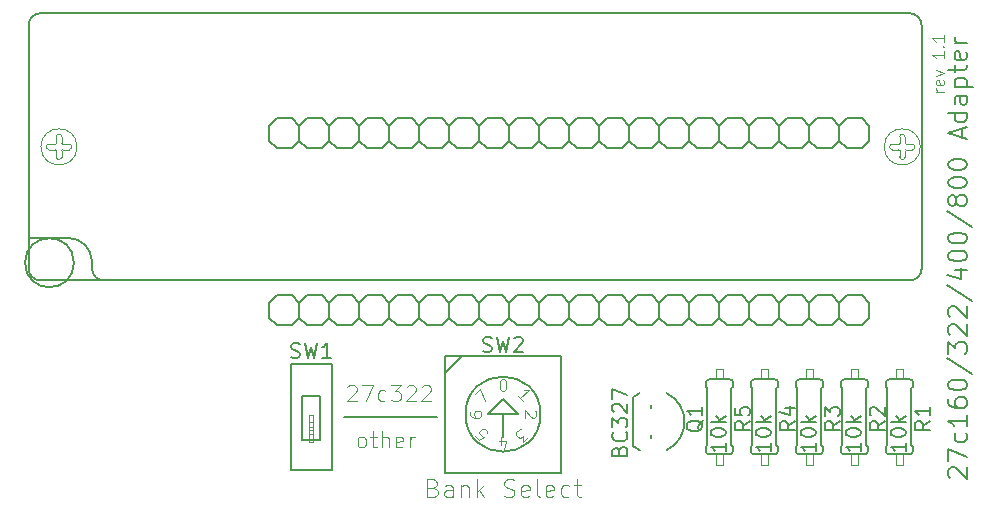
<source format=gbr>
G04 #@! TF.FileFunction,Legend,Top*
%FSLAX46Y46*%
G04 Gerber Fmt 4.6, Leading zero omitted, Abs format (unit mm)*
G04 Created by KiCad (PCBNEW 4.0.6) date 06/09/18 23:54:49*
%MOMM*%
%LPD*%
G01*
G04 APERTURE LIST*
%ADD10C,0.100000*%
%ADD11C,0.113792*%
%ADD12C,0.134112*%
%ADD13C,0.150000*%
%ADD14C,0.081280*%
%ADD15C,0.127000*%
%ADD16C,0.066040*%
%ADD17C,0.152400*%
%ADD18C,0.203200*%
%ADD19C,0.101600*%
G04 APERTURE END LIST*
D10*
D11*
X146189073Y-117069477D02*
X146660478Y-116598072D01*
X147064538Y-117608225D01*
X145756381Y-118554523D02*
X145756381Y-118745000D01*
X145804000Y-118840238D01*
X145851619Y-118887857D01*
X145994476Y-118983095D01*
X146184952Y-119030714D01*
X146565905Y-119030714D01*
X146661143Y-118983095D01*
X146708762Y-118935476D01*
X146756381Y-118840238D01*
X146756381Y-118649761D01*
X146708762Y-118554523D01*
X146661143Y-118506904D01*
X146565905Y-118459285D01*
X146327810Y-118459285D01*
X146232571Y-118506904D01*
X146184952Y-118554523D01*
X146137333Y-118649761D01*
X146137333Y-118840238D01*
X146184952Y-118935476D01*
X146232571Y-118983095D01*
X146327810Y-119030714D01*
X146256416Y-120614866D02*
X146593133Y-120951584D01*
X146963522Y-120648538D01*
X146896179Y-120648538D01*
X146795164Y-120614867D01*
X146626804Y-120446507D01*
X146593133Y-120345492D01*
X146593133Y-120278149D01*
X146626805Y-120177133D01*
X146795164Y-120008774D01*
X146896179Y-119975102D01*
X146963522Y-119975102D01*
X147064538Y-120008774D01*
X147232897Y-120177133D01*
X147266569Y-120278149D01*
X147266569Y-120345492D01*
X148399523Y-121372286D02*
X148399523Y-120705619D01*
X148637619Y-121753238D02*
X148875714Y-121038952D01*
X148256666Y-121038952D01*
X150736927Y-120674523D02*
X150299194Y-121112256D01*
X150265523Y-120607180D01*
X150164507Y-120708196D01*
X150063492Y-120741867D01*
X149996149Y-120741867D01*
X149895133Y-120708195D01*
X149726774Y-120539836D01*
X149693102Y-120438821D01*
X149693102Y-120371478D01*
X149726774Y-120270462D01*
X149928805Y-120068431D01*
X150029820Y-120034760D01*
X150097164Y-120034760D01*
X151328381Y-118459286D02*
X151376000Y-118506905D01*
X151423619Y-118602143D01*
X151423619Y-118840239D01*
X151376000Y-118935477D01*
X151328381Y-118983096D01*
X151233143Y-119030715D01*
X151137905Y-119030715D01*
X150995048Y-118983096D01*
X150423619Y-118411667D01*
X150423619Y-119030715D01*
X150250149Y-117615913D02*
X149846088Y-117211851D01*
X150048118Y-117413882D02*
X150755225Y-116706775D01*
X150586867Y-116740447D01*
X150452180Y-116740447D01*
X150351164Y-116706775D01*
X148542381Y-115784381D02*
X148637620Y-115784381D01*
X148732858Y-115832000D01*
X148780477Y-115879619D01*
X148828096Y-115974857D01*
X148875715Y-116165333D01*
X148875715Y-116403429D01*
X148828096Y-116593905D01*
X148780477Y-116689143D01*
X148732858Y-116736762D01*
X148637620Y-116784381D01*
X148542381Y-116784381D01*
X148447143Y-116736762D01*
X148399524Y-116689143D01*
X148351905Y-116593905D01*
X148304286Y-116403429D01*
X148304286Y-116165333D01*
X148351905Y-115974857D01*
X148399524Y-115879619D01*
X148447143Y-115832000D01*
X148542381Y-115784381D01*
X142697144Y-124987857D02*
X142911430Y-125059286D01*
X142982858Y-125130714D01*
X143054287Y-125273571D01*
X143054287Y-125487857D01*
X142982858Y-125630714D01*
X142911430Y-125702143D01*
X142768572Y-125773571D01*
X142197144Y-125773571D01*
X142197144Y-124273571D01*
X142697144Y-124273571D01*
X142840001Y-124345000D01*
X142911430Y-124416429D01*
X142982858Y-124559286D01*
X142982858Y-124702143D01*
X142911430Y-124845000D01*
X142840001Y-124916429D01*
X142697144Y-124987857D01*
X142197144Y-124987857D01*
X144340001Y-125773571D02*
X144340001Y-124987857D01*
X144268572Y-124845000D01*
X144125715Y-124773571D01*
X143840001Y-124773571D01*
X143697144Y-124845000D01*
X144340001Y-125702143D02*
X144197144Y-125773571D01*
X143840001Y-125773571D01*
X143697144Y-125702143D01*
X143625715Y-125559286D01*
X143625715Y-125416429D01*
X143697144Y-125273571D01*
X143840001Y-125202143D01*
X144197144Y-125202143D01*
X144340001Y-125130714D01*
X145054287Y-124773571D02*
X145054287Y-125773571D01*
X145054287Y-124916429D02*
X145125715Y-124845000D01*
X145268573Y-124773571D01*
X145482858Y-124773571D01*
X145625715Y-124845000D01*
X145697144Y-124987857D01*
X145697144Y-125773571D01*
X146411430Y-125773571D02*
X146411430Y-124273571D01*
X146554287Y-125202143D02*
X146982858Y-125773571D01*
X146982858Y-124773571D02*
X146411430Y-125345000D01*
X148697144Y-125702143D02*
X148911430Y-125773571D01*
X149268573Y-125773571D01*
X149411430Y-125702143D01*
X149482859Y-125630714D01*
X149554287Y-125487857D01*
X149554287Y-125345000D01*
X149482859Y-125202143D01*
X149411430Y-125130714D01*
X149268573Y-125059286D01*
X148982859Y-124987857D01*
X148840001Y-124916429D01*
X148768573Y-124845000D01*
X148697144Y-124702143D01*
X148697144Y-124559286D01*
X148768573Y-124416429D01*
X148840001Y-124345000D01*
X148982859Y-124273571D01*
X149340001Y-124273571D01*
X149554287Y-124345000D01*
X150768572Y-125702143D02*
X150625715Y-125773571D01*
X150340001Y-125773571D01*
X150197144Y-125702143D01*
X150125715Y-125559286D01*
X150125715Y-124987857D01*
X150197144Y-124845000D01*
X150340001Y-124773571D01*
X150625715Y-124773571D01*
X150768572Y-124845000D01*
X150840001Y-124987857D01*
X150840001Y-125130714D01*
X150125715Y-125273571D01*
X151697144Y-125773571D02*
X151554286Y-125702143D01*
X151482858Y-125559286D01*
X151482858Y-124273571D01*
X152840000Y-125702143D02*
X152697143Y-125773571D01*
X152411429Y-125773571D01*
X152268572Y-125702143D01*
X152197143Y-125559286D01*
X152197143Y-124987857D01*
X152268572Y-124845000D01*
X152411429Y-124773571D01*
X152697143Y-124773571D01*
X152840000Y-124845000D01*
X152911429Y-124987857D01*
X152911429Y-125130714D01*
X152197143Y-125273571D01*
X154197143Y-125702143D02*
X154054286Y-125773571D01*
X153768572Y-125773571D01*
X153625714Y-125702143D01*
X153554286Y-125630714D01*
X153482857Y-125487857D01*
X153482857Y-125059286D01*
X153554286Y-124916429D01*
X153625714Y-124845000D01*
X153768572Y-124773571D01*
X154054286Y-124773571D01*
X154197143Y-124845000D01*
X154625714Y-124773571D02*
X155197143Y-124773571D01*
X154840000Y-124273571D02*
X154840000Y-125559286D01*
X154911428Y-125702143D01*
X155054286Y-125773571D01*
X155197143Y-125773571D01*
D12*
X186443257Y-124156651D02*
X186367420Y-124080814D01*
X186291583Y-123929140D01*
X186291583Y-123549954D01*
X186367420Y-123398280D01*
X186443257Y-123322443D01*
X186594931Y-123246606D01*
X186746606Y-123246606D01*
X186974117Y-123322443D01*
X187884163Y-124232489D01*
X187884163Y-123246606D01*
X186291583Y-122715746D02*
X186291583Y-121654026D01*
X187884163Y-122336560D01*
X187808326Y-120364794D02*
X187884163Y-120516468D01*
X187884163Y-120819817D01*
X187808326Y-120971491D01*
X187732489Y-121047328D01*
X187580814Y-121123165D01*
X187125791Y-121123165D01*
X186974117Y-121047328D01*
X186898280Y-120971491D01*
X186822443Y-120819817D01*
X186822443Y-120516468D01*
X186898280Y-120364794D01*
X187884163Y-118848051D02*
X187884163Y-119758096D01*
X187884163Y-119303074D02*
X186291583Y-119303074D01*
X186519094Y-119454748D01*
X186670769Y-119606422D01*
X186746606Y-119758096D01*
X186291583Y-117482982D02*
X186291583Y-117786331D01*
X186367420Y-117938005D01*
X186443257Y-118013842D01*
X186670769Y-118165516D01*
X186974117Y-118241353D01*
X187580814Y-118241353D01*
X187732489Y-118165516D01*
X187808326Y-118089679D01*
X187884163Y-117938005D01*
X187884163Y-117634656D01*
X187808326Y-117482982D01*
X187732489Y-117407145D01*
X187580814Y-117331308D01*
X187201629Y-117331308D01*
X187049954Y-117407145D01*
X186974117Y-117482982D01*
X186898280Y-117634656D01*
X186898280Y-117938005D01*
X186974117Y-118089679D01*
X187049954Y-118165516D01*
X187201629Y-118241353D01*
X186291583Y-116345425D02*
X186291583Y-116193750D01*
X186367420Y-116042076D01*
X186443257Y-115966239D01*
X186594931Y-115890402D01*
X186898280Y-115814565D01*
X187277466Y-115814565D01*
X187580814Y-115890402D01*
X187732489Y-115966239D01*
X187808326Y-116042076D01*
X187884163Y-116193750D01*
X187884163Y-116345425D01*
X187808326Y-116497099D01*
X187732489Y-116572936D01*
X187580814Y-116648773D01*
X187277466Y-116724610D01*
X186898280Y-116724610D01*
X186594931Y-116648773D01*
X186443257Y-116572936D01*
X186367420Y-116497099D01*
X186291583Y-116345425D01*
X186215746Y-113994473D02*
X188263349Y-115359542D01*
X186291583Y-113615288D02*
X186291583Y-112629405D01*
X186898280Y-113160265D01*
X186898280Y-112932753D01*
X186974117Y-112781079D01*
X187049954Y-112705242D01*
X187201629Y-112629405D01*
X187580814Y-112629405D01*
X187732489Y-112705242D01*
X187808326Y-112781079D01*
X187884163Y-112932753D01*
X187884163Y-113387776D01*
X187808326Y-113539450D01*
X187732489Y-113615288D01*
X186443257Y-112022707D02*
X186367420Y-111946870D01*
X186291583Y-111795196D01*
X186291583Y-111416010D01*
X186367420Y-111264336D01*
X186443257Y-111188499D01*
X186594931Y-111112662D01*
X186746606Y-111112662D01*
X186974117Y-111188499D01*
X187884163Y-112098545D01*
X187884163Y-111112662D01*
X186443257Y-110505964D02*
X186367420Y-110430127D01*
X186291583Y-110278453D01*
X186291583Y-109899267D01*
X186367420Y-109747593D01*
X186443257Y-109671756D01*
X186594931Y-109595919D01*
X186746606Y-109595919D01*
X186974117Y-109671756D01*
X187884163Y-110581802D01*
X187884163Y-109595919D01*
X186215746Y-107775827D02*
X188263349Y-109140896D01*
X186822443Y-106562433D02*
X187884163Y-106562433D01*
X186215746Y-106941619D02*
X187353303Y-107320804D01*
X187353303Y-106334922D01*
X186291583Y-105424876D02*
X186291583Y-105273201D01*
X186367420Y-105121527D01*
X186443257Y-105045690D01*
X186594931Y-104969853D01*
X186898280Y-104894016D01*
X187277466Y-104894016D01*
X187580814Y-104969853D01*
X187732489Y-105045690D01*
X187808326Y-105121527D01*
X187884163Y-105273201D01*
X187884163Y-105424876D01*
X187808326Y-105576550D01*
X187732489Y-105652387D01*
X187580814Y-105728224D01*
X187277466Y-105804061D01*
X186898280Y-105804061D01*
X186594931Y-105728224D01*
X186443257Y-105652387D01*
X186367420Y-105576550D01*
X186291583Y-105424876D01*
X186291583Y-103908133D02*
X186291583Y-103756458D01*
X186367420Y-103604784D01*
X186443257Y-103528947D01*
X186594931Y-103453110D01*
X186898280Y-103377273D01*
X187277466Y-103377273D01*
X187580814Y-103453110D01*
X187732489Y-103528947D01*
X187808326Y-103604784D01*
X187884163Y-103756458D01*
X187884163Y-103908133D01*
X187808326Y-104059807D01*
X187732489Y-104135644D01*
X187580814Y-104211481D01*
X187277466Y-104287318D01*
X186898280Y-104287318D01*
X186594931Y-104211481D01*
X186443257Y-104135644D01*
X186367420Y-104059807D01*
X186291583Y-103908133D01*
X186215746Y-101557181D02*
X188263349Y-102922250D01*
X186974117Y-100798810D02*
X186898280Y-100950484D01*
X186822443Y-101026321D01*
X186670769Y-101102158D01*
X186594931Y-101102158D01*
X186443257Y-101026321D01*
X186367420Y-100950484D01*
X186291583Y-100798810D01*
X186291583Y-100495461D01*
X186367420Y-100343787D01*
X186443257Y-100267950D01*
X186594931Y-100192113D01*
X186670769Y-100192113D01*
X186822443Y-100267950D01*
X186898280Y-100343787D01*
X186974117Y-100495461D01*
X186974117Y-100798810D01*
X187049954Y-100950484D01*
X187125791Y-101026321D01*
X187277466Y-101102158D01*
X187580814Y-101102158D01*
X187732489Y-101026321D01*
X187808326Y-100950484D01*
X187884163Y-100798810D01*
X187884163Y-100495461D01*
X187808326Y-100343787D01*
X187732489Y-100267950D01*
X187580814Y-100192113D01*
X187277466Y-100192113D01*
X187125791Y-100267950D01*
X187049954Y-100343787D01*
X186974117Y-100495461D01*
X186291583Y-99206230D02*
X186291583Y-99054555D01*
X186367420Y-98902881D01*
X186443257Y-98827044D01*
X186594931Y-98751207D01*
X186898280Y-98675370D01*
X187277466Y-98675370D01*
X187580814Y-98751207D01*
X187732489Y-98827044D01*
X187808326Y-98902881D01*
X187884163Y-99054555D01*
X187884163Y-99206230D01*
X187808326Y-99357904D01*
X187732489Y-99433741D01*
X187580814Y-99509578D01*
X187277466Y-99585415D01*
X186898280Y-99585415D01*
X186594931Y-99509578D01*
X186443257Y-99433741D01*
X186367420Y-99357904D01*
X186291583Y-99206230D01*
X186291583Y-97689487D02*
X186291583Y-97537812D01*
X186367420Y-97386138D01*
X186443257Y-97310301D01*
X186594931Y-97234464D01*
X186898280Y-97158627D01*
X187277466Y-97158627D01*
X187580814Y-97234464D01*
X187732489Y-97310301D01*
X187808326Y-97386138D01*
X187884163Y-97537812D01*
X187884163Y-97689487D01*
X187808326Y-97841161D01*
X187732489Y-97916998D01*
X187580814Y-97992835D01*
X187277466Y-98068672D01*
X186898280Y-98068672D01*
X186594931Y-97992835D01*
X186443257Y-97916998D01*
X186367420Y-97841161D01*
X186291583Y-97689487D01*
X187429140Y-95338535D02*
X187429140Y-94580164D01*
X187884163Y-95490210D02*
X186291583Y-94959350D01*
X187884163Y-94428490D01*
X187884163Y-93215095D02*
X186291583Y-93215095D01*
X187808326Y-93215095D02*
X187884163Y-93366769D01*
X187884163Y-93670118D01*
X187808326Y-93821792D01*
X187732489Y-93897629D01*
X187580814Y-93973466D01*
X187125791Y-93973466D01*
X186974117Y-93897629D01*
X186898280Y-93821792D01*
X186822443Y-93670118D01*
X186822443Y-93366769D01*
X186898280Y-93215095D01*
X187884163Y-91774189D02*
X187049954Y-91774189D01*
X186898280Y-91850026D01*
X186822443Y-92001700D01*
X186822443Y-92305049D01*
X186898280Y-92456723D01*
X187808326Y-91774189D02*
X187884163Y-91925863D01*
X187884163Y-92305049D01*
X187808326Y-92456723D01*
X187656651Y-92532560D01*
X187504977Y-92532560D01*
X187353303Y-92456723D01*
X187277466Y-92305049D01*
X187277466Y-91925863D01*
X187201629Y-91774189D01*
X186822443Y-91015817D02*
X188415023Y-91015817D01*
X186898280Y-91015817D02*
X186822443Y-90864143D01*
X186822443Y-90560794D01*
X186898280Y-90409120D01*
X186974117Y-90333283D01*
X187125791Y-90257446D01*
X187580814Y-90257446D01*
X187732489Y-90333283D01*
X187808326Y-90409120D01*
X187884163Y-90560794D01*
X187884163Y-90864143D01*
X187808326Y-91015817D01*
X186822443Y-89802423D02*
X186822443Y-89195726D01*
X186291583Y-89574911D02*
X187656651Y-89574911D01*
X187808326Y-89499074D01*
X187884163Y-89347400D01*
X187884163Y-89195726D01*
X187808326Y-88058168D02*
X187884163Y-88209842D01*
X187884163Y-88513191D01*
X187808326Y-88664865D01*
X187656651Y-88740702D01*
X187049954Y-88740702D01*
X186898280Y-88664865D01*
X186822443Y-88513191D01*
X186822443Y-88209842D01*
X186898280Y-88058168D01*
X187049954Y-87982331D01*
X187201629Y-87982331D01*
X187353303Y-88740702D01*
X187884163Y-87299796D02*
X186822443Y-87299796D01*
X187125791Y-87299796D02*
X186974117Y-87223959D01*
X186898280Y-87148122D01*
X186822443Y-86996448D01*
X186822443Y-86844773D01*
D13*
X135166100Y-118973600D02*
X143000000Y-118973600D01*
D11*
X135423487Y-116416667D02*
X135487833Y-116352320D01*
X135616527Y-116287973D01*
X135938260Y-116287973D01*
X136066953Y-116352320D01*
X136131300Y-116416667D01*
X136195647Y-116545360D01*
X136195647Y-116674053D01*
X136131300Y-116867093D01*
X135359140Y-117639253D01*
X136195647Y-117639253D01*
X136646073Y-116287973D02*
X137546926Y-116287973D01*
X136967806Y-117639253D01*
X138640819Y-117574907D02*
X138512126Y-117639253D01*
X138254739Y-117639253D01*
X138126046Y-117574907D01*
X138061699Y-117510560D01*
X137997353Y-117381867D01*
X137997353Y-116995787D01*
X138061699Y-116867093D01*
X138126046Y-116802747D01*
X138254739Y-116738400D01*
X138512126Y-116738400D01*
X138640819Y-116802747D01*
X139091246Y-116287973D02*
X139927753Y-116287973D01*
X139477326Y-116802747D01*
X139670366Y-116802747D01*
X139799059Y-116867093D01*
X139863406Y-116931440D01*
X139927753Y-117060133D01*
X139927753Y-117381867D01*
X139863406Y-117510560D01*
X139799059Y-117574907D01*
X139670366Y-117639253D01*
X139284286Y-117639253D01*
X139155593Y-117574907D01*
X139091246Y-117510560D01*
X140442526Y-116416667D02*
X140506872Y-116352320D01*
X140635566Y-116287973D01*
X140957299Y-116287973D01*
X141085992Y-116352320D01*
X141150339Y-116416667D01*
X141214686Y-116545360D01*
X141214686Y-116674053D01*
X141150339Y-116867093D01*
X140378179Y-117639253D01*
X141214686Y-117639253D01*
X141729459Y-116416667D02*
X141793805Y-116352320D01*
X141922499Y-116287973D01*
X142244232Y-116287973D01*
X142372925Y-116352320D01*
X142437272Y-116416667D01*
X142501619Y-116545360D01*
X142501619Y-116674053D01*
X142437272Y-116867093D01*
X141665112Y-117639253D01*
X142501619Y-117639253D01*
X136531773Y-121555933D02*
X136403080Y-121491587D01*
X136338733Y-121427240D01*
X136274387Y-121298547D01*
X136274387Y-120912467D01*
X136338733Y-120783773D01*
X136403080Y-120719427D01*
X136531773Y-120655080D01*
X136724813Y-120655080D01*
X136853507Y-120719427D01*
X136917853Y-120783773D01*
X136982200Y-120912467D01*
X136982200Y-121298547D01*
X136917853Y-121427240D01*
X136853507Y-121491587D01*
X136724813Y-121555933D01*
X136531773Y-121555933D01*
X137368280Y-120655080D02*
X137883054Y-120655080D01*
X137561320Y-120204653D02*
X137561320Y-121362893D01*
X137625667Y-121491587D01*
X137754360Y-121555933D01*
X137883054Y-121555933D01*
X138333480Y-121555933D02*
X138333480Y-120204653D01*
X138912600Y-121555933D02*
X138912600Y-120848120D01*
X138848254Y-120719427D01*
X138719560Y-120655080D01*
X138526520Y-120655080D01*
X138397827Y-120719427D01*
X138333480Y-120783773D01*
X140070841Y-121491587D02*
X139942147Y-121555933D01*
X139684761Y-121555933D01*
X139556067Y-121491587D01*
X139491721Y-121362893D01*
X139491721Y-120848120D01*
X139556067Y-120719427D01*
X139684761Y-120655080D01*
X139942147Y-120655080D01*
X140070841Y-120719427D01*
X140135187Y-120848120D01*
X140135187Y-120976813D01*
X139491721Y-121105507D01*
X140714307Y-121555933D02*
X140714307Y-120655080D01*
X140714307Y-120912467D02*
X140778654Y-120783773D01*
X140843001Y-120719427D01*
X140971694Y-120655080D01*
X141100387Y-120655080D01*
D14*
X185920138Y-91438790D02*
X185276671Y-91438790D01*
X185460519Y-91438790D02*
X185368595Y-91392829D01*
X185322633Y-91346867D01*
X185276671Y-91254943D01*
X185276671Y-91163019D01*
X185874176Y-90473590D02*
X185920138Y-90565514D01*
X185920138Y-90749362D01*
X185874176Y-90841285D01*
X185782252Y-90887247D01*
X185414557Y-90887247D01*
X185322633Y-90841285D01*
X185276671Y-90749362D01*
X185276671Y-90565514D01*
X185322633Y-90473590D01*
X185414557Y-90427628D01*
X185506481Y-90427628D01*
X185598405Y-90887247D01*
X185276671Y-90105895D02*
X185920138Y-89876086D01*
X185276671Y-89646276D01*
X185920138Y-88037611D02*
X185920138Y-88589153D01*
X185920138Y-88313382D02*
X184954938Y-88313382D01*
X185092824Y-88405306D01*
X185184748Y-88497230D01*
X185230710Y-88589153D01*
X185828214Y-87623953D02*
X185874176Y-87577992D01*
X185920138Y-87623953D01*
X185874176Y-87669915D01*
X185828214Y-87623953D01*
X185920138Y-87623953D01*
X185920138Y-86658754D02*
X185920138Y-87210296D01*
X185920138Y-86934525D02*
X184954938Y-86934525D01*
X185092824Y-87026449D01*
X185184748Y-87118373D01*
X185230710Y-87210296D01*
D13*
X149860000Y-118745000D02*
X147320000Y-118745000D01*
X148590000Y-117475000D02*
X147320000Y-118745000D01*
X148590000Y-117475000D02*
X149860000Y-118745000D01*
X148590000Y-118745000D02*
X148590000Y-120650000D01*
X151765000Y-118745000D02*
G75*
G03X151765000Y-118745000I-3175000J0D01*
G01*
X143640000Y-115295000D02*
X145140000Y-113795000D01*
X153540000Y-113795000D02*
X153540000Y-123695000D01*
X143640000Y-113795000D02*
X153540000Y-113795000D01*
X143640000Y-123695000D02*
X143640000Y-113795000D01*
X153540000Y-123695000D02*
X143640000Y-123695000D01*
D15*
X159639000Y-117287040D02*
X159639000Y-121472960D01*
X161163000Y-118244620D02*
X161163000Y-117977920D01*
X161163000Y-120782080D02*
X161163000Y-120515380D01*
X162428124Y-121792903D02*
G75*
G03X162427920Y-116967000I-1138124J2412903D01*
G01*
X160152194Y-116968717D02*
G75*
G03X159639000Y-117287040I1140346J-2411283D01*
G01*
X159641427Y-121473617D02*
G75*
G03X160180020Y-121803160I1651113J2093617D01*
G01*
D16*
X181851200Y-122149000D02*
X181851200Y-123012600D01*
X181851200Y-123012600D02*
X182460800Y-123012600D01*
X182460800Y-122149000D02*
X182460800Y-123012600D01*
X181851200Y-122149000D02*
X182460800Y-122149000D01*
X181851200Y-114935400D02*
X181851200Y-115799000D01*
X181851200Y-115799000D02*
X182460800Y-115799000D01*
X182460800Y-114935400D02*
X182460800Y-115799000D01*
X181851200Y-114935400D02*
X182460800Y-114935400D01*
D17*
X181267000Y-115799000D02*
X183045000Y-115799000D01*
X183299000Y-116053000D02*
X183299000Y-116434000D01*
X183172000Y-116561000D02*
X183299000Y-116434000D01*
X181013000Y-116053000D02*
X181013000Y-116434000D01*
X181140000Y-116561000D02*
X181013000Y-116434000D01*
X183172000Y-121387000D02*
X183299000Y-121514000D01*
X183172000Y-121387000D02*
X183172000Y-116561000D01*
X181140000Y-121387000D02*
X181013000Y-121514000D01*
X181140000Y-121387000D02*
X181140000Y-116561000D01*
X183299000Y-121895000D02*
X183299000Y-121514000D01*
X181013000Y-121895000D02*
X181013000Y-121514000D01*
X181267000Y-122149000D02*
X183045000Y-122149000D01*
X183299000Y-116053000D02*
G75*
G03X183045000Y-115799000I-254000J0D01*
G01*
X181267000Y-115799000D02*
G75*
G03X181013000Y-116053000I0J-254000D01*
G01*
X181013000Y-121895000D02*
G75*
G03X181267000Y-122149000I254000J0D01*
G01*
X183045000Y-122149000D02*
G75*
G03X183299000Y-121895000I0J254000D01*
G01*
D16*
X178041200Y-122149000D02*
X178041200Y-123012600D01*
X178041200Y-123012600D02*
X178650800Y-123012600D01*
X178650800Y-122149000D02*
X178650800Y-123012600D01*
X178041200Y-122149000D02*
X178650800Y-122149000D01*
X178041200Y-114935400D02*
X178041200Y-115799000D01*
X178041200Y-115799000D02*
X178650800Y-115799000D01*
X178650800Y-114935400D02*
X178650800Y-115799000D01*
X178041200Y-114935400D02*
X178650800Y-114935400D01*
D17*
X177457000Y-115799000D02*
X179235000Y-115799000D01*
X179489000Y-116053000D02*
X179489000Y-116434000D01*
X179362000Y-116561000D02*
X179489000Y-116434000D01*
X177203000Y-116053000D02*
X177203000Y-116434000D01*
X177330000Y-116561000D02*
X177203000Y-116434000D01*
X179362000Y-121387000D02*
X179489000Y-121514000D01*
X179362000Y-121387000D02*
X179362000Y-116561000D01*
X177330000Y-121387000D02*
X177203000Y-121514000D01*
X177330000Y-121387000D02*
X177330000Y-116561000D01*
X179489000Y-121895000D02*
X179489000Y-121514000D01*
X177203000Y-121895000D02*
X177203000Y-121514000D01*
X177457000Y-122149000D02*
X179235000Y-122149000D01*
X179489000Y-116053000D02*
G75*
G03X179235000Y-115799000I-254000J0D01*
G01*
X177457000Y-115799000D02*
G75*
G03X177203000Y-116053000I0J-254000D01*
G01*
X177203000Y-121895000D02*
G75*
G03X177457000Y-122149000I254000J0D01*
G01*
X179235000Y-122149000D02*
G75*
G03X179489000Y-121895000I0J254000D01*
G01*
D16*
X174231200Y-122149000D02*
X174231200Y-123012600D01*
X174231200Y-123012600D02*
X174840800Y-123012600D01*
X174840800Y-122149000D02*
X174840800Y-123012600D01*
X174231200Y-122149000D02*
X174840800Y-122149000D01*
X174231200Y-114935400D02*
X174231200Y-115799000D01*
X174231200Y-115799000D02*
X174840800Y-115799000D01*
X174840800Y-114935400D02*
X174840800Y-115799000D01*
X174231200Y-114935400D02*
X174840800Y-114935400D01*
D17*
X173647000Y-115799000D02*
X175425000Y-115799000D01*
X175679000Y-116053000D02*
X175679000Y-116434000D01*
X175552000Y-116561000D02*
X175679000Y-116434000D01*
X173393000Y-116053000D02*
X173393000Y-116434000D01*
X173520000Y-116561000D02*
X173393000Y-116434000D01*
X175552000Y-121387000D02*
X175679000Y-121514000D01*
X175552000Y-121387000D02*
X175552000Y-116561000D01*
X173520000Y-121387000D02*
X173393000Y-121514000D01*
X173520000Y-121387000D02*
X173520000Y-116561000D01*
X175679000Y-121895000D02*
X175679000Y-121514000D01*
X173393000Y-121895000D02*
X173393000Y-121514000D01*
X173647000Y-122149000D02*
X175425000Y-122149000D01*
X175679000Y-116053000D02*
G75*
G03X175425000Y-115799000I-254000J0D01*
G01*
X173647000Y-115799000D02*
G75*
G03X173393000Y-116053000I0J-254000D01*
G01*
X173393000Y-121895000D02*
G75*
G03X173647000Y-122149000I254000J0D01*
G01*
X175425000Y-122149000D02*
G75*
G03X175679000Y-121895000I0J254000D01*
G01*
D16*
X171030800Y-115799000D02*
X171030800Y-114935400D01*
X171030800Y-114935400D02*
X170421200Y-114935400D01*
X170421200Y-115799000D02*
X170421200Y-114935400D01*
X171030800Y-115799000D02*
X170421200Y-115799000D01*
X171030800Y-123012600D02*
X171030800Y-122149000D01*
X171030800Y-122149000D02*
X170421200Y-122149000D01*
X170421200Y-123012600D02*
X170421200Y-122149000D01*
X171030800Y-123012600D02*
X170421200Y-123012600D01*
D17*
X171615000Y-122149000D02*
X169837000Y-122149000D01*
X169583000Y-121895000D02*
X169583000Y-121514000D01*
X169710000Y-121387000D02*
X169583000Y-121514000D01*
X171869000Y-121895000D02*
X171869000Y-121514000D01*
X171742000Y-121387000D02*
X171869000Y-121514000D01*
X169710000Y-116561000D02*
X169583000Y-116434000D01*
X169710000Y-116561000D02*
X169710000Y-121387000D01*
X171742000Y-116561000D02*
X171869000Y-116434000D01*
X171742000Y-116561000D02*
X171742000Y-121387000D01*
X169583000Y-116053000D02*
X169583000Y-116434000D01*
X171869000Y-116053000D02*
X171869000Y-116434000D01*
X171615000Y-115799000D02*
X169837000Y-115799000D01*
X169583000Y-121895000D02*
G75*
G03X169837000Y-122149000I254000J0D01*
G01*
X171615000Y-122149000D02*
G75*
G03X171869000Y-121895000I0J254000D01*
G01*
X171869000Y-116053000D02*
G75*
G03X171615000Y-115799000I-254000J0D01*
G01*
X169837000Y-115799000D02*
G75*
G03X169583000Y-116053000I0J-254000D01*
G01*
D16*
X166611200Y-122149000D02*
X166611200Y-123012600D01*
X166611200Y-123012600D02*
X167220800Y-123012600D01*
X167220800Y-122149000D02*
X167220800Y-123012600D01*
X166611200Y-122149000D02*
X167220800Y-122149000D01*
X166611200Y-114935400D02*
X166611200Y-115799000D01*
X166611200Y-115799000D02*
X167220800Y-115799000D01*
X167220800Y-114935400D02*
X167220800Y-115799000D01*
X166611200Y-114935400D02*
X167220800Y-114935400D01*
D17*
X166027000Y-115799000D02*
X167805000Y-115799000D01*
X168059000Y-116053000D02*
X168059000Y-116434000D01*
X167932000Y-116561000D02*
X168059000Y-116434000D01*
X165773000Y-116053000D02*
X165773000Y-116434000D01*
X165900000Y-116561000D02*
X165773000Y-116434000D01*
X167932000Y-121387000D02*
X168059000Y-121514000D01*
X167932000Y-121387000D02*
X167932000Y-116561000D01*
X165900000Y-121387000D02*
X165773000Y-121514000D01*
X165900000Y-121387000D02*
X165900000Y-116561000D01*
X168059000Y-121895000D02*
X168059000Y-121514000D01*
X165773000Y-121895000D02*
X165773000Y-121514000D01*
X166027000Y-122149000D02*
X167805000Y-122149000D01*
X168059000Y-116053000D02*
G75*
G03X167805000Y-115799000I-254000J0D01*
G01*
X166027000Y-115799000D02*
G75*
G03X165773000Y-116053000I0J-254000D01*
G01*
X165773000Y-121895000D02*
G75*
G03X166027000Y-122149000I254000J0D01*
G01*
X167805000Y-122149000D02*
G75*
G03X168059000Y-121895000I0J254000D01*
G01*
D16*
X132546500Y-121069500D02*
X132546500Y-120053500D01*
X132546500Y-120053500D02*
X132165500Y-120053500D01*
X132165500Y-121069500D02*
X132165500Y-120053500D01*
X132546500Y-121069500D02*
X132165500Y-121069500D01*
X132546500Y-120434500D02*
X132546500Y-119418500D01*
X132546500Y-119418500D02*
X132165500Y-119418500D01*
X132165500Y-120434500D02*
X132165500Y-119418500D01*
X132546500Y-120434500D02*
X132165500Y-120434500D01*
X132546500Y-119799500D02*
X132546500Y-118783500D01*
X132546500Y-118783500D02*
X132165500Y-118783500D01*
X132165500Y-119799500D02*
X132165500Y-118783500D01*
X132546500Y-119799500D02*
X132165500Y-119799500D01*
D15*
X134103520Y-123472340D02*
X134103520Y-114475660D01*
X134103520Y-114475660D02*
X130608480Y-114475660D01*
X130608480Y-114475660D02*
X130608480Y-123472340D01*
X130608480Y-123472340D02*
X134103520Y-123472340D01*
X131606700Y-117226480D02*
X131606700Y-120972980D01*
X131606700Y-120972980D02*
X133105300Y-120972980D01*
X133105300Y-120972980D02*
X133105300Y-117226480D01*
X133105300Y-117226480D02*
X131606700Y-117226480D01*
D17*
X175171000Y-93703540D02*
X176441000Y-93703540D01*
X176441000Y-93703540D02*
X177076000Y-94336000D01*
X177076000Y-94336000D02*
X177076000Y-95606000D01*
X177076000Y-95606000D02*
X176441000Y-96241000D01*
X171996000Y-94336000D02*
X172631000Y-93703540D01*
X172631000Y-93703540D02*
X173901000Y-93703540D01*
X173901000Y-93703540D02*
X174536000Y-94336000D01*
X174536000Y-94336000D02*
X174536000Y-95606000D01*
X174536000Y-95606000D02*
X173901000Y-96241000D01*
X173901000Y-96241000D02*
X172631000Y-96241000D01*
X172631000Y-96241000D02*
X171996000Y-95606000D01*
X175171000Y-93703540D02*
X174536000Y-94336000D01*
X174536000Y-95606000D02*
X175171000Y-96241000D01*
X176441000Y-96241000D02*
X175171000Y-96241000D01*
X167551000Y-93703540D02*
X168821000Y-93703540D01*
X168821000Y-93703540D02*
X169456000Y-94336000D01*
X169456000Y-94336000D02*
X169456000Y-95606000D01*
X169456000Y-95606000D02*
X168821000Y-96241000D01*
X169456000Y-94336000D02*
X170091000Y-93703540D01*
X170091000Y-93703540D02*
X171361000Y-93703540D01*
X171361000Y-93703540D02*
X171996000Y-94336000D01*
X171996000Y-94336000D02*
X171996000Y-95606000D01*
X171996000Y-95606000D02*
X171361000Y-96241000D01*
X171361000Y-96241000D02*
X170091000Y-96241000D01*
X170091000Y-96241000D02*
X169456000Y-95606000D01*
X164376000Y-94336000D02*
X165011000Y-93703540D01*
X165011000Y-93703540D02*
X166281000Y-93703540D01*
X166281000Y-93703540D02*
X166916000Y-94336000D01*
X166916000Y-94336000D02*
X166916000Y-95606000D01*
X166916000Y-95606000D02*
X166281000Y-96241000D01*
X166281000Y-96241000D02*
X165011000Y-96241000D01*
X165011000Y-96241000D02*
X164376000Y-95606000D01*
X167551000Y-93703540D02*
X166916000Y-94336000D01*
X166916000Y-95606000D02*
X167551000Y-96241000D01*
X168821000Y-96241000D02*
X167551000Y-96241000D01*
X159931000Y-93703540D02*
X161201000Y-93703540D01*
X161201000Y-93703540D02*
X161836000Y-94336000D01*
X161836000Y-94336000D02*
X161836000Y-95606000D01*
X161836000Y-95606000D02*
X161201000Y-96241000D01*
X161836000Y-94336000D02*
X162471000Y-93703540D01*
X162471000Y-93703540D02*
X163741000Y-93703540D01*
X163741000Y-93703540D02*
X164376000Y-94336000D01*
X164376000Y-94336000D02*
X164376000Y-95606000D01*
X164376000Y-95606000D02*
X163741000Y-96241000D01*
X163741000Y-96241000D02*
X162471000Y-96241000D01*
X162471000Y-96241000D02*
X161836000Y-95606000D01*
X156756000Y-94336000D02*
X157391000Y-93703540D01*
X157391000Y-93703540D02*
X158661000Y-93703540D01*
X158661000Y-93703540D02*
X159296000Y-94336000D01*
X159296000Y-94336000D02*
X159296000Y-95606000D01*
X159296000Y-95606000D02*
X158661000Y-96241000D01*
X158661000Y-96241000D02*
X157391000Y-96241000D01*
X157391000Y-96241000D02*
X156756000Y-95606000D01*
X159931000Y-93703540D02*
X159296000Y-94336000D01*
X159296000Y-95606000D02*
X159931000Y-96241000D01*
X161201000Y-96241000D02*
X159931000Y-96241000D01*
X152311000Y-93703540D02*
X153581000Y-93703540D01*
X153581000Y-93703540D02*
X154216000Y-94336000D01*
X154216000Y-94336000D02*
X154216000Y-95606000D01*
X154216000Y-95606000D02*
X153581000Y-96241000D01*
X154216000Y-94336000D02*
X154851000Y-93703540D01*
X154851000Y-93703540D02*
X156121000Y-93703540D01*
X156121000Y-93703540D02*
X156756000Y-94336000D01*
X156756000Y-94336000D02*
X156756000Y-95606000D01*
X156756000Y-95606000D02*
X156121000Y-96241000D01*
X156121000Y-96241000D02*
X154851000Y-96241000D01*
X154851000Y-96241000D02*
X154216000Y-95606000D01*
X149136000Y-94336000D02*
X149771000Y-93703540D01*
X149771000Y-93703540D02*
X151041000Y-93703540D01*
X151041000Y-93703540D02*
X151676000Y-94336000D01*
X151676000Y-94336000D02*
X151676000Y-95606000D01*
X151676000Y-95606000D02*
X151041000Y-96241000D01*
X151041000Y-96241000D02*
X149771000Y-96241000D01*
X149771000Y-96241000D02*
X149136000Y-95606000D01*
X152311000Y-93703540D02*
X151676000Y-94336000D01*
X151676000Y-95606000D02*
X152311000Y-96241000D01*
X153581000Y-96241000D02*
X152311000Y-96241000D01*
X144691000Y-93703540D02*
X145961000Y-93703540D01*
X145961000Y-93703540D02*
X146596000Y-94336000D01*
X146596000Y-94336000D02*
X146596000Y-95606000D01*
X146596000Y-95606000D02*
X145961000Y-96241000D01*
X146596000Y-94336000D02*
X147231000Y-93703540D01*
X147231000Y-93703540D02*
X148501000Y-93703540D01*
X148501000Y-93703540D02*
X149136000Y-94336000D01*
X149136000Y-94336000D02*
X149136000Y-95606000D01*
X149136000Y-95606000D02*
X148501000Y-96241000D01*
X148501000Y-96241000D02*
X147231000Y-96241000D01*
X147231000Y-96241000D02*
X146596000Y-95606000D01*
X141516000Y-94336000D02*
X142151000Y-93703540D01*
X142151000Y-93703540D02*
X143421000Y-93703540D01*
X143421000Y-93703540D02*
X144056000Y-94336000D01*
X144056000Y-94336000D02*
X144056000Y-95606000D01*
X144056000Y-95606000D02*
X143421000Y-96241000D01*
X143421000Y-96241000D02*
X142151000Y-96241000D01*
X142151000Y-96241000D02*
X141516000Y-95606000D01*
X144691000Y-93703540D02*
X144056000Y-94336000D01*
X144056000Y-95606000D02*
X144691000Y-96241000D01*
X145961000Y-96241000D02*
X144691000Y-96241000D01*
X137071000Y-93703540D02*
X138341000Y-93703540D01*
X138341000Y-93703540D02*
X138976000Y-94336000D01*
X138976000Y-94336000D02*
X138976000Y-95606000D01*
X138976000Y-95606000D02*
X138341000Y-96241000D01*
X138976000Y-94336000D02*
X139611000Y-93703540D01*
X139611000Y-93703540D02*
X140881000Y-93703540D01*
X140881000Y-93703540D02*
X141516000Y-94336000D01*
X141516000Y-94336000D02*
X141516000Y-95606000D01*
X141516000Y-95606000D02*
X140881000Y-96241000D01*
X140881000Y-96241000D02*
X139611000Y-96241000D01*
X139611000Y-96241000D02*
X138976000Y-95606000D01*
X133896000Y-94336000D02*
X134531000Y-93703540D01*
X134531000Y-93703540D02*
X135801000Y-93703540D01*
X135801000Y-93703540D02*
X136436000Y-94336000D01*
X136436000Y-94336000D02*
X136436000Y-95606000D01*
X136436000Y-95606000D02*
X135801000Y-96241000D01*
X135801000Y-96241000D02*
X134531000Y-96241000D01*
X134531000Y-96241000D02*
X133896000Y-95606000D01*
X137071000Y-93703540D02*
X136436000Y-94336000D01*
X136436000Y-95606000D02*
X137071000Y-96241000D01*
X138341000Y-96241000D02*
X137071000Y-96241000D01*
X129451000Y-93703540D02*
X130721000Y-93703540D01*
X130721000Y-93703540D02*
X131356000Y-94336000D01*
X131356000Y-94336000D02*
X131356000Y-95606000D01*
X131356000Y-95606000D02*
X130721000Y-96241000D01*
X131356000Y-94336000D02*
X131991000Y-93703540D01*
X131991000Y-93703540D02*
X133261000Y-93703540D01*
X133261000Y-93703540D02*
X133896000Y-94336000D01*
X133896000Y-94336000D02*
X133896000Y-95606000D01*
X133896000Y-95606000D02*
X133261000Y-96241000D01*
X133261000Y-96241000D02*
X131991000Y-96241000D01*
X131991000Y-96241000D02*
X131356000Y-95606000D01*
X128816000Y-94336000D02*
X128816000Y-95606000D01*
X129451000Y-93703540D02*
X128816000Y-94336000D01*
X128816000Y-95606000D02*
X129451000Y-96241000D01*
X130721000Y-96241000D02*
X129451000Y-96241000D01*
X177711000Y-93703540D02*
X178981000Y-93703540D01*
X178981000Y-93703540D02*
X179616000Y-94336000D01*
X179616000Y-94336000D02*
X179616000Y-95606000D01*
X179616000Y-95606000D02*
X178981000Y-96241000D01*
X177711000Y-93703540D02*
X177076000Y-94336000D01*
X177076000Y-95606000D02*
X177711000Y-96241000D01*
X178981000Y-96241000D02*
X177711000Y-96241000D01*
X175171000Y-108687000D02*
X176441000Y-108687000D01*
X176441000Y-108687000D02*
X177076000Y-109322000D01*
X177076000Y-109322000D02*
X177076000Y-110592000D01*
X177076000Y-110592000D02*
X176441000Y-111224460D01*
X171996000Y-109322000D02*
X172631000Y-108687000D01*
X172631000Y-108687000D02*
X173901000Y-108687000D01*
X173901000Y-108687000D02*
X174536000Y-109322000D01*
X174536000Y-109322000D02*
X174536000Y-110592000D01*
X174536000Y-110592000D02*
X173901000Y-111224460D01*
X173901000Y-111224460D02*
X172631000Y-111224460D01*
X172631000Y-111224460D02*
X171996000Y-110592000D01*
X175171000Y-108687000D02*
X174536000Y-109322000D01*
X174536000Y-110592000D02*
X175171000Y-111224460D01*
X176441000Y-111224460D02*
X175171000Y-111224460D01*
X167551000Y-108687000D02*
X168821000Y-108687000D01*
X168821000Y-108687000D02*
X169456000Y-109322000D01*
X169456000Y-109322000D02*
X169456000Y-110592000D01*
X169456000Y-110592000D02*
X168821000Y-111224460D01*
X169456000Y-109322000D02*
X170091000Y-108687000D01*
X170091000Y-108687000D02*
X171361000Y-108687000D01*
X171361000Y-108687000D02*
X171996000Y-109322000D01*
X171996000Y-109322000D02*
X171996000Y-110592000D01*
X171996000Y-110592000D02*
X171361000Y-111224460D01*
X171361000Y-111224460D02*
X170091000Y-111224460D01*
X170091000Y-111224460D02*
X169456000Y-110592000D01*
X164376000Y-109322000D02*
X165011000Y-108687000D01*
X165011000Y-108687000D02*
X166281000Y-108687000D01*
X166281000Y-108687000D02*
X166916000Y-109322000D01*
X166916000Y-109322000D02*
X166916000Y-110592000D01*
X166916000Y-110592000D02*
X166281000Y-111224460D01*
X166281000Y-111224460D02*
X165011000Y-111224460D01*
X165011000Y-111224460D02*
X164376000Y-110592000D01*
X167551000Y-108687000D02*
X166916000Y-109322000D01*
X166916000Y-110592000D02*
X167551000Y-111224460D01*
X168821000Y-111224460D02*
X167551000Y-111224460D01*
X159931000Y-108687000D02*
X161201000Y-108687000D01*
X161201000Y-108687000D02*
X161836000Y-109322000D01*
X161836000Y-109322000D02*
X161836000Y-110592000D01*
X161836000Y-110592000D02*
X161201000Y-111224460D01*
X161836000Y-109322000D02*
X162471000Y-108687000D01*
X162471000Y-108687000D02*
X163741000Y-108687000D01*
X163741000Y-108687000D02*
X164376000Y-109322000D01*
X164376000Y-109322000D02*
X164376000Y-110592000D01*
X164376000Y-110592000D02*
X163741000Y-111224460D01*
X163741000Y-111224460D02*
X162471000Y-111224460D01*
X162471000Y-111224460D02*
X161836000Y-110592000D01*
X156756000Y-109322000D02*
X157391000Y-108687000D01*
X157391000Y-108687000D02*
X158661000Y-108687000D01*
X158661000Y-108687000D02*
X159296000Y-109322000D01*
X159296000Y-109322000D02*
X159296000Y-110592000D01*
X159296000Y-110592000D02*
X158661000Y-111224460D01*
X158661000Y-111224460D02*
X157391000Y-111224460D01*
X157391000Y-111224460D02*
X156756000Y-110592000D01*
X159931000Y-108687000D02*
X159296000Y-109322000D01*
X159296000Y-110592000D02*
X159931000Y-111224460D01*
X161201000Y-111224460D02*
X159931000Y-111224460D01*
X152311000Y-108687000D02*
X153581000Y-108687000D01*
X153581000Y-108687000D02*
X154216000Y-109322000D01*
X154216000Y-109322000D02*
X154216000Y-110592000D01*
X154216000Y-110592000D02*
X153581000Y-111224460D01*
X154216000Y-109322000D02*
X154851000Y-108687000D01*
X154851000Y-108687000D02*
X156121000Y-108687000D01*
X156121000Y-108687000D02*
X156756000Y-109322000D01*
X156756000Y-109322000D02*
X156756000Y-110592000D01*
X156756000Y-110592000D02*
X156121000Y-111224460D01*
X156121000Y-111224460D02*
X154851000Y-111224460D01*
X154851000Y-111224460D02*
X154216000Y-110592000D01*
X149136000Y-109322000D02*
X149771000Y-108687000D01*
X149771000Y-108687000D02*
X151041000Y-108687000D01*
X151041000Y-108687000D02*
X151676000Y-109322000D01*
X151676000Y-109322000D02*
X151676000Y-110592000D01*
X151676000Y-110592000D02*
X151041000Y-111224460D01*
X151041000Y-111224460D02*
X149771000Y-111224460D01*
X149771000Y-111224460D02*
X149136000Y-110592000D01*
X152311000Y-108687000D02*
X151676000Y-109322000D01*
X151676000Y-110592000D02*
X152311000Y-111224460D01*
X153581000Y-111224460D02*
X152311000Y-111224460D01*
X144691000Y-108687000D02*
X145961000Y-108687000D01*
X145961000Y-108687000D02*
X146596000Y-109322000D01*
X146596000Y-109322000D02*
X146596000Y-110592000D01*
X146596000Y-110592000D02*
X145961000Y-111224460D01*
X146596000Y-109322000D02*
X147231000Y-108687000D01*
X147231000Y-108687000D02*
X148501000Y-108687000D01*
X148501000Y-108687000D02*
X149136000Y-109322000D01*
X149136000Y-109322000D02*
X149136000Y-110592000D01*
X149136000Y-110592000D02*
X148501000Y-111224460D01*
X148501000Y-111224460D02*
X147231000Y-111224460D01*
X147231000Y-111224460D02*
X146596000Y-110592000D01*
X141516000Y-109322000D02*
X142151000Y-108687000D01*
X142151000Y-108687000D02*
X143421000Y-108687000D01*
X143421000Y-108687000D02*
X144056000Y-109322000D01*
X144056000Y-109322000D02*
X144056000Y-110592000D01*
X144056000Y-110592000D02*
X143421000Y-111224460D01*
X143421000Y-111224460D02*
X142151000Y-111224460D01*
X142151000Y-111224460D02*
X141516000Y-110592000D01*
X144691000Y-108687000D02*
X144056000Y-109322000D01*
X144056000Y-110592000D02*
X144691000Y-111224460D01*
X145961000Y-111224460D02*
X144691000Y-111224460D01*
X137071000Y-108687000D02*
X138341000Y-108687000D01*
X138341000Y-108687000D02*
X138976000Y-109322000D01*
X138976000Y-109322000D02*
X138976000Y-110592000D01*
X138976000Y-110592000D02*
X138341000Y-111224460D01*
X138976000Y-109322000D02*
X139611000Y-108687000D01*
X139611000Y-108687000D02*
X140881000Y-108687000D01*
X140881000Y-108687000D02*
X141516000Y-109322000D01*
X141516000Y-109322000D02*
X141516000Y-110592000D01*
X141516000Y-110592000D02*
X140881000Y-111224460D01*
X140881000Y-111224460D02*
X139611000Y-111224460D01*
X139611000Y-111224460D02*
X138976000Y-110592000D01*
X133896000Y-109322000D02*
X134531000Y-108687000D01*
X134531000Y-108687000D02*
X135801000Y-108687000D01*
X135801000Y-108687000D02*
X136436000Y-109322000D01*
X136436000Y-109322000D02*
X136436000Y-110592000D01*
X136436000Y-110592000D02*
X135801000Y-111224460D01*
X135801000Y-111224460D02*
X134531000Y-111224460D01*
X134531000Y-111224460D02*
X133896000Y-110592000D01*
X137071000Y-108687000D02*
X136436000Y-109322000D01*
X136436000Y-110592000D02*
X137071000Y-111224460D01*
X138341000Y-111224460D02*
X137071000Y-111224460D01*
X129451000Y-108687000D02*
X130721000Y-108687000D01*
X130721000Y-108687000D02*
X131356000Y-109322000D01*
X131356000Y-109322000D02*
X131356000Y-110592000D01*
X131356000Y-110592000D02*
X130721000Y-111224460D01*
X131356000Y-109322000D02*
X131991000Y-108687000D01*
X131991000Y-108687000D02*
X133261000Y-108687000D01*
X133261000Y-108687000D02*
X133896000Y-109322000D01*
X133896000Y-109322000D02*
X133896000Y-110592000D01*
X133896000Y-110592000D02*
X133261000Y-111224460D01*
X133261000Y-111224460D02*
X131991000Y-111224460D01*
X131991000Y-111224460D02*
X131356000Y-110592000D01*
X128816000Y-109322000D02*
X128816000Y-110592000D01*
X129451000Y-108687000D02*
X128816000Y-109322000D01*
X128816000Y-110592000D02*
X129451000Y-111224460D01*
X130721000Y-111224460D02*
X129451000Y-111224460D01*
X177711000Y-108687000D02*
X178981000Y-108687000D01*
X178981000Y-108687000D02*
X179616000Y-109322000D01*
X179616000Y-109322000D02*
X179616000Y-110592000D01*
X179616000Y-110592000D02*
X178981000Y-111224460D01*
X177711000Y-108687000D02*
X177076000Y-109322000D01*
X177076000Y-110592000D02*
X177711000Y-111224460D01*
X178981000Y-111224460D02*
X177711000Y-111224460D01*
D18*
X109428180Y-84805520D02*
X183024680Y-84805520D01*
X184025440Y-85803740D02*
X184025440Y-106423460D01*
X183024680Y-107421680D02*
X114838380Y-107421680D01*
X114838380Y-107421680D02*
X109428180Y-107421680D01*
X108427420Y-106423460D02*
X108427420Y-85803740D01*
D19*
X110766760Y-95803720D02*
X110766760Y-95265240D01*
X111226500Y-95265240D02*
X111226500Y-95813880D01*
D18*
X108536640Y-103822500D02*
X111787840Y-103822500D01*
X113786820Y-105773220D02*
X113786820Y-106423460D01*
D19*
X110688020Y-96342200D02*
X110147000Y-96342200D01*
X110147000Y-95885000D02*
X110698180Y-95885000D01*
X111226500Y-96423480D02*
X111226500Y-96961960D01*
X110766760Y-96961960D02*
X110766760Y-96413320D01*
X111307780Y-95885000D02*
X111846260Y-95885000D01*
X111846260Y-96342200D02*
X111297620Y-96342200D01*
X182163620Y-95803720D02*
X182163620Y-95265240D01*
X182625900Y-95265240D02*
X182625900Y-95813880D01*
X182084880Y-96342200D02*
X181543860Y-96342200D01*
X181543860Y-95885000D02*
X182095040Y-95885000D01*
X182625900Y-96423480D02*
X182625900Y-96961960D01*
X182163620Y-96961960D02*
X182163620Y-96413320D01*
X182704640Y-95885000D02*
X183245660Y-95885000D01*
X183245660Y-96342200D02*
X182694480Y-96342200D01*
X112526980Y-96113600D02*
G75*
G03X112526980Y-96113600I-1529080J0D01*
G01*
D18*
X112257740Y-105923080D02*
G75*
G03X112257740Y-105923080I-2070100J0D01*
G01*
D19*
X183923840Y-96113600D02*
G75*
G03X183923840Y-96113600I-1529080J0D01*
G01*
D18*
X109428180Y-84802980D02*
G75*
G03X108427420Y-85803740I0J-1000760D01*
G01*
X184022900Y-85803740D02*
G75*
G03X183024680Y-84805520I-998220J0D01*
G01*
X183024680Y-107424220D02*
G75*
G03X184025440Y-106423460I0J1000760D01*
G01*
X108429960Y-106423460D02*
G75*
G03X109428180Y-107421680I998220J0D01*
G01*
D19*
X110997900Y-95034100D02*
G75*
G03X110766760Y-95265240I0J-231140D01*
G01*
X111229040Y-95265240D02*
G75*
G03X110997900Y-95034100I-231140J0D01*
G01*
D18*
X113788674Y-105771626D02*
G75*
G03X111787840Y-103822500I-2000834J-52394D01*
G01*
X113788075Y-106427181D02*
G75*
G03X114838380Y-107421680I999505J3721D01*
G01*
D19*
X109918400Y-96113600D02*
G75*
G03X110147000Y-96342200I228600J0D01*
G01*
X110147000Y-95885000D02*
G75*
G03X109918400Y-96113600I0J-228600D01*
G01*
X110698180Y-95882460D02*
G75*
G03X110766760Y-95813880I0J68580D01*
G01*
X110759140Y-96413320D02*
G75*
G03X110688020Y-96342200I-71120J0D01*
G01*
X110997900Y-97190560D02*
G75*
G03X111226500Y-96961960I0J228600D01*
G01*
X110766760Y-96961960D02*
G75*
G03X110997900Y-97193100I231140J0D01*
G01*
X112074860Y-96113600D02*
G75*
G03X111846260Y-95885000I-228600J0D01*
G01*
X111846260Y-96344740D02*
G75*
G03X112077400Y-96113600I0J231140D01*
G01*
X111297620Y-96342200D02*
G75*
G03X111226500Y-96413320I0J-71120D01*
G01*
X111226500Y-95813880D02*
G75*
G03X111297620Y-95885000I71120J0D01*
G01*
X182394760Y-95034100D02*
G75*
G03X182163620Y-95265240I0J-231140D01*
G01*
X182625900Y-95265240D02*
G75*
G03X182394760Y-95034100I-231140J0D01*
G01*
X181315260Y-96113600D02*
G75*
G03X181543860Y-96342200I228600J0D01*
G01*
X181543860Y-95885000D02*
G75*
G03X181315260Y-96113600I0J-228600D01*
G01*
X182095040Y-95882460D02*
G75*
G03X182163620Y-95813880I0J68580D01*
G01*
X182156000Y-96413320D02*
G75*
G03X182084880Y-96342200I-71120J0D01*
G01*
X182394760Y-97193100D02*
G75*
G03X182625900Y-96961960I0J231140D01*
G01*
X182163620Y-96961960D02*
G75*
G03X182394760Y-97193100I231140J0D01*
G01*
X183474260Y-96113600D02*
G75*
G03X183245660Y-95885000I-228600J0D01*
G01*
X183245660Y-96342200D02*
G75*
G03X183474260Y-96113600I0J228600D01*
G01*
X182694480Y-96344740D02*
G75*
G03X182625900Y-96413320I0J-68580D01*
G01*
X182623360Y-95813880D02*
G75*
G03X182694480Y-95885000I71120J0D01*
G01*
D15*
X146896667Y-113417048D02*
X147078095Y-113477524D01*
X147380476Y-113477524D01*
X147501429Y-113417048D01*
X147561905Y-113356571D01*
X147622381Y-113235619D01*
X147622381Y-113114667D01*
X147561905Y-112993714D01*
X147501429Y-112933238D01*
X147380476Y-112872762D01*
X147138572Y-112812286D01*
X147017619Y-112751810D01*
X146957143Y-112691333D01*
X146896667Y-112570381D01*
X146896667Y-112449429D01*
X146957143Y-112328476D01*
X147017619Y-112268000D01*
X147138572Y-112207524D01*
X147440952Y-112207524D01*
X147622381Y-112268000D01*
X148045715Y-112207524D02*
X148348096Y-113477524D01*
X148590000Y-112570381D01*
X148831905Y-113477524D01*
X149134286Y-112207524D01*
X149557620Y-112328476D02*
X149618096Y-112268000D01*
X149739048Y-112207524D01*
X150041429Y-112207524D01*
X150162382Y-112268000D01*
X150222858Y-112328476D01*
X150283334Y-112449429D01*
X150283334Y-112570381D01*
X150222858Y-112751810D01*
X149497144Y-113477524D01*
X150283334Y-113477524D01*
X165541476Y-119246952D02*
X165481000Y-119367905D01*
X165360048Y-119488857D01*
X165178619Y-119670286D01*
X165118143Y-119791238D01*
X165118143Y-119912190D01*
X165420524Y-119851714D02*
X165360048Y-119972667D01*
X165239095Y-120093619D01*
X164997190Y-120154095D01*
X164573857Y-120154095D01*
X164331952Y-120093619D01*
X164211000Y-119972667D01*
X164150524Y-119851714D01*
X164150524Y-119609810D01*
X164211000Y-119488857D01*
X164331952Y-119367905D01*
X164573857Y-119307429D01*
X164997190Y-119307429D01*
X165239095Y-119367905D01*
X165360048Y-119488857D01*
X165420524Y-119609810D01*
X165420524Y-119851714D01*
X165420524Y-118097905D02*
X165420524Y-118823619D01*
X165420524Y-118460762D02*
X164150524Y-118460762D01*
X164331952Y-118581714D01*
X164452905Y-118702667D01*
X164513381Y-118823619D01*
X158443386Y-121840172D02*
X158503862Y-121658743D01*
X158564338Y-121598267D01*
X158685290Y-121537791D01*
X158866719Y-121537791D01*
X158987671Y-121598267D01*
X159048148Y-121658743D01*
X159108624Y-121779696D01*
X159108624Y-122263505D01*
X157838624Y-122263505D01*
X157838624Y-121840172D01*
X157899100Y-121719219D01*
X157959576Y-121658743D01*
X158080529Y-121598267D01*
X158201481Y-121598267D01*
X158322433Y-121658743D01*
X158382910Y-121719219D01*
X158443386Y-121840172D01*
X158443386Y-122263505D01*
X158987671Y-120267791D02*
X159048148Y-120328267D01*
X159108624Y-120509696D01*
X159108624Y-120630648D01*
X159048148Y-120812076D01*
X158927195Y-120933029D01*
X158806243Y-120993505D01*
X158564338Y-121053981D01*
X158382910Y-121053981D01*
X158141005Y-120993505D01*
X158020052Y-120933029D01*
X157899100Y-120812076D01*
X157838624Y-120630648D01*
X157838624Y-120509696D01*
X157899100Y-120328267D01*
X157959576Y-120267791D01*
X157838624Y-119844457D02*
X157838624Y-119058267D01*
X158322433Y-119481600D01*
X158322433Y-119300172D01*
X158382910Y-119179219D01*
X158443386Y-119118743D01*
X158564338Y-119058267D01*
X158866719Y-119058267D01*
X158987671Y-119118743D01*
X159048148Y-119179219D01*
X159108624Y-119300172D01*
X159108624Y-119663029D01*
X159048148Y-119783981D01*
X158987671Y-119844457D01*
X157959576Y-118574457D02*
X157899100Y-118513981D01*
X157838624Y-118393029D01*
X157838624Y-118090648D01*
X157899100Y-117969695D01*
X157959576Y-117909219D01*
X158080529Y-117848743D01*
X158201481Y-117848743D01*
X158382910Y-117909219D01*
X159108624Y-118634933D01*
X159108624Y-117848743D01*
X157838624Y-117425409D02*
X157838624Y-116578743D01*
X159108624Y-117123028D01*
X184724424Y-119338067D02*
X184119662Y-119761400D01*
X184724424Y-120063781D02*
X183454424Y-120063781D01*
X183454424Y-119579972D01*
X183514900Y-119459019D01*
X183575376Y-119398543D01*
X183696329Y-119338067D01*
X183877757Y-119338067D01*
X183998710Y-119398543D01*
X184059186Y-119459019D01*
X184119662Y-119579972D01*
X184119662Y-120063781D01*
X184724424Y-118128543D02*
X184724424Y-118854257D01*
X184724424Y-118491400D02*
X183454424Y-118491400D01*
X183635852Y-118612352D01*
X183756805Y-118733305D01*
X183817281Y-118854257D01*
X182692424Y-121152352D02*
X182692424Y-121878066D01*
X182692424Y-121515209D02*
X181422424Y-121515209D01*
X181603852Y-121636161D01*
X181724805Y-121757114D01*
X181785281Y-121878066D01*
X181422424Y-120366161D02*
X181422424Y-120245209D01*
X181482900Y-120124257D01*
X181543376Y-120063780D01*
X181664329Y-120003304D01*
X181906233Y-119942828D01*
X182208614Y-119942828D01*
X182450519Y-120003304D01*
X182571471Y-120063780D01*
X182631948Y-120124257D01*
X182692424Y-120245209D01*
X182692424Y-120366161D01*
X182631948Y-120487114D01*
X182571471Y-120547590D01*
X182450519Y-120608066D01*
X182208614Y-120668542D01*
X181906233Y-120668542D01*
X181664329Y-120608066D01*
X181543376Y-120547590D01*
X181482900Y-120487114D01*
X181422424Y-120366161D01*
X182692424Y-119398542D02*
X181422424Y-119398542D01*
X182208614Y-119277590D02*
X182692424Y-118914733D01*
X181845757Y-118914733D02*
X182329567Y-119398542D01*
X180914424Y-119338067D02*
X180309662Y-119761400D01*
X180914424Y-120063781D02*
X179644424Y-120063781D01*
X179644424Y-119579972D01*
X179704900Y-119459019D01*
X179765376Y-119398543D01*
X179886329Y-119338067D01*
X180067757Y-119338067D01*
X180188710Y-119398543D01*
X180249186Y-119459019D01*
X180309662Y-119579972D01*
X180309662Y-120063781D01*
X179765376Y-118854257D02*
X179704900Y-118793781D01*
X179644424Y-118672829D01*
X179644424Y-118370448D01*
X179704900Y-118249495D01*
X179765376Y-118189019D01*
X179886329Y-118128543D01*
X180007281Y-118128543D01*
X180188710Y-118189019D01*
X180914424Y-118914733D01*
X180914424Y-118128543D01*
X178882424Y-121152352D02*
X178882424Y-121878066D01*
X178882424Y-121515209D02*
X177612424Y-121515209D01*
X177793852Y-121636161D01*
X177914805Y-121757114D01*
X177975281Y-121878066D01*
X177612424Y-120366161D02*
X177612424Y-120245209D01*
X177672900Y-120124257D01*
X177733376Y-120063780D01*
X177854329Y-120003304D01*
X178096233Y-119942828D01*
X178398614Y-119942828D01*
X178640519Y-120003304D01*
X178761471Y-120063780D01*
X178821948Y-120124257D01*
X178882424Y-120245209D01*
X178882424Y-120366161D01*
X178821948Y-120487114D01*
X178761471Y-120547590D01*
X178640519Y-120608066D01*
X178398614Y-120668542D01*
X178096233Y-120668542D01*
X177854329Y-120608066D01*
X177733376Y-120547590D01*
X177672900Y-120487114D01*
X177612424Y-120366161D01*
X178882424Y-119398542D02*
X177612424Y-119398542D01*
X178398614Y-119277590D02*
X178882424Y-118914733D01*
X178035757Y-118914733D02*
X178519567Y-119398542D01*
X177104424Y-119338067D02*
X176499662Y-119761400D01*
X177104424Y-120063781D02*
X175834424Y-120063781D01*
X175834424Y-119579972D01*
X175894900Y-119459019D01*
X175955376Y-119398543D01*
X176076329Y-119338067D01*
X176257757Y-119338067D01*
X176378710Y-119398543D01*
X176439186Y-119459019D01*
X176499662Y-119579972D01*
X176499662Y-120063781D01*
X175834424Y-118914733D02*
X175834424Y-118128543D01*
X176318233Y-118551876D01*
X176318233Y-118370448D01*
X176378710Y-118249495D01*
X176439186Y-118189019D01*
X176560138Y-118128543D01*
X176862519Y-118128543D01*
X176983471Y-118189019D01*
X177043948Y-118249495D01*
X177104424Y-118370448D01*
X177104424Y-118733305D01*
X177043948Y-118854257D01*
X176983471Y-118914733D01*
X175072424Y-121152352D02*
X175072424Y-121878066D01*
X175072424Y-121515209D02*
X173802424Y-121515209D01*
X173983852Y-121636161D01*
X174104805Y-121757114D01*
X174165281Y-121878066D01*
X173802424Y-120366161D02*
X173802424Y-120245209D01*
X173862900Y-120124257D01*
X173923376Y-120063780D01*
X174044329Y-120003304D01*
X174286233Y-119942828D01*
X174588614Y-119942828D01*
X174830519Y-120003304D01*
X174951471Y-120063780D01*
X175011948Y-120124257D01*
X175072424Y-120245209D01*
X175072424Y-120366161D01*
X175011948Y-120487114D01*
X174951471Y-120547590D01*
X174830519Y-120608066D01*
X174588614Y-120668542D01*
X174286233Y-120668542D01*
X174044329Y-120608066D01*
X173923376Y-120547590D01*
X173862900Y-120487114D01*
X173802424Y-120366161D01*
X175072424Y-119398542D02*
X173802424Y-119398542D01*
X174588614Y-119277590D02*
X175072424Y-118914733D01*
X174225757Y-118914733D02*
X174709567Y-119398542D01*
X173294424Y-119338067D02*
X172689662Y-119761400D01*
X173294424Y-120063781D02*
X172024424Y-120063781D01*
X172024424Y-119579972D01*
X172084900Y-119459019D01*
X172145376Y-119398543D01*
X172266329Y-119338067D01*
X172447757Y-119338067D01*
X172568710Y-119398543D01*
X172629186Y-119459019D01*
X172689662Y-119579972D01*
X172689662Y-120063781D01*
X172447757Y-118249495D02*
X173294424Y-118249495D01*
X171963948Y-118551876D02*
X172871090Y-118854257D01*
X172871090Y-118068067D01*
X171262424Y-121152352D02*
X171262424Y-121878066D01*
X171262424Y-121515209D02*
X169992424Y-121515209D01*
X170173852Y-121636161D01*
X170294805Y-121757114D01*
X170355281Y-121878066D01*
X169992424Y-120366161D02*
X169992424Y-120245209D01*
X170052900Y-120124257D01*
X170113376Y-120063780D01*
X170234329Y-120003304D01*
X170476233Y-119942828D01*
X170778614Y-119942828D01*
X171020519Y-120003304D01*
X171141471Y-120063780D01*
X171201948Y-120124257D01*
X171262424Y-120245209D01*
X171262424Y-120366161D01*
X171201948Y-120487114D01*
X171141471Y-120547590D01*
X171020519Y-120608066D01*
X170778614Y-120668542D01*
X170476233Y-120668542D01*
X170234329Y-120608066D01*
X170113376Y-120547590D01*
X170052900Y-120487114D01*
X169992424Y-120366161D01*
X171262424Y-119398542D02*
X169992424Y-119398542D01*
X170778614Y-119277590D02*
X171262424Y-118914733D01*
X170415757Y-118914733D02*
X170899567Y-119398542D01*
X169484524Y-119337667D02*
X168879762Y-119761000D01*
X169484524Y-120063381D02*
X168214524Y-120063381D01*
X168214524Y-119579572D01*
X168275000Y-119458619D01*
X168335476Y-119398143D01*
X168456429Y-119337667D01*
X168637857Y-119337667D01*
X168758810Y-119398143D01*
X168819286Y-119458619D01*
X168879762Y-119579572D01*
X168879762Y-120063381D01*
X168214524Y-118188619D02*
X168214524Y-118793381D01*
X168819286Y-118853857D01*
X168758810Y-118793381D01*
X168698333Y-118672429D01*
X168698333Y-118370048D01*
X168758810Y-118249095D01*
X168819286Y-118188619D01*
X168940238Y-118128143D01*
X169242619Y-118128143D01*
X169363571Y-118188619D01*
X169424048Y-118249095D01*
X169484524Y-118370048D01*
X169484524Y-118672429D01*
X169424048Y-118793381D01*
X169363571Y-118853857D01*
X167452524Y-121151952D02*
X167452524Y-121877666D01*
X167452524Y-121514809D02*
X166182524Y-121514809D01*
X166363952Y-121635761D01*
X166484905Y-121756714D01*
X166545381Y-121877666D01*
X166182524Y-120365761D02*
X166182524Y-120244809D01*
X166243000Y-120123857D01*
X166303476Y-120063380D01*
X166424429Y-120002904D01*
X166666333Y-119942428D01*
X166968714Y-119942428D01*
X167210619Y-120002904D01*
X167331571Y-120063380D01*
X167392048Y-120123857D01*
X167452524Y-120244809D01*
X167452524Y-120365761D01*
X167392048Y-120486714D01*
X167331571Y-120547190D01*
X167210619Y-120607666D01*
X166968714Y-120668142D01*
X166666333Y-120668142D01*
X166424429Y-120607666D01*
X166303476Y-120547190D01*
X166243000Y-120486714D01*
X166182524Y-120365761D01*
X167452524Y-119398142D02*
X166182524Y-119398142D01*
X166968714Y-119277190D02*
X167452524Y-118914333D01*
X166605857Y-118914333D02*
X167089667Y-119398142D01*
X130640667Y-113925048D02*
X130822095Y-113985524D01*
X131124476Y-113985524D01*
X131245429Y-113925048D01*
X131305905Y-113864571D01*
X131366381Y-113743619D01*
X131366381Y-113622667D01*
X131305905Y-113501714D01*
X131245429Y-113441238D01*
X131124476Y-113380762D01*
X130882572Y-113320286D01*
X130761619Y-113259810D01*
X130701143Y-113199333D01*
X130640667Y-113078381D01*
X130640667Y-112957429D01*
X130701143Y-112836476D01*
X130761619Y-112776000D01*
X130882572Y-112715524D01*
X131184952Y-112715524D01*
X131366381Y-112776000D01*
X131789715Y-112715524D02*
X132092096Y-113985524D01*
X132334000Y-113078381D01*
X132575905Y-113985524D01*
X132878286Y-112715524D01*
X134027334Y-113985524D02*
X133301620Y-113985524D01*
X133664477Y-113985524D02*
X133664477Y-112715524D01*
X133543525Y-112896952D01*
X133422572Y-113017905D01*
X133301620Y-113078381D01*
M02*

</source>
